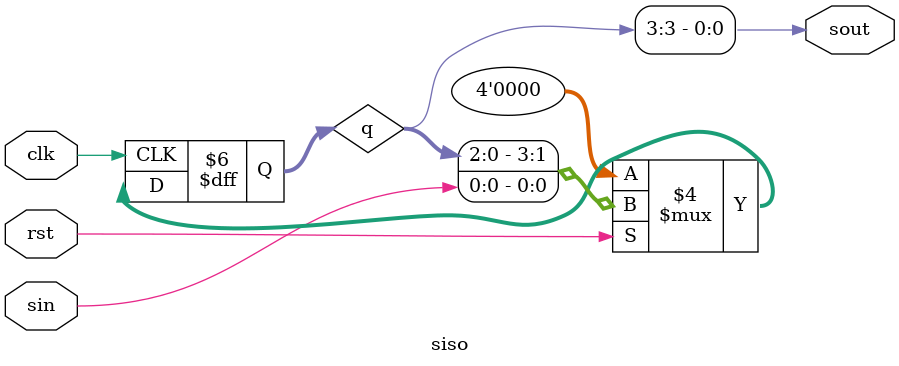
<source format=v>
module siso(clk,rst,sin,sout );
input clk,sin,rst;
output sout;
reg[3:0]q;

always @(posedge clk) begin

if(!rst)
     q<=4'b0000;

else

     q<={q[2:0],sin};
end

assign sout=q[3];
endmodule
</source>
